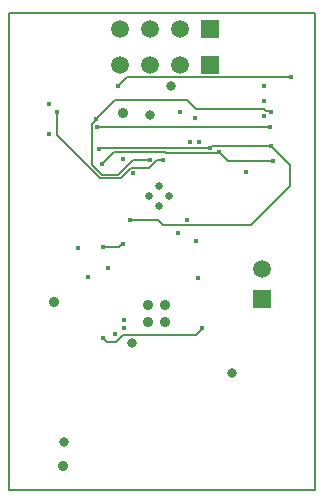
<source format=gbl>
G04*
G04 #@! TF.GenerationSoftware,Altium Limited,Altium Designer,20.0.9 (164)*
G04*
G04 Layer_Physical_Order=4*
G04 Layer_Color=16711680*
%FSLAX25Y25*%
%MOIN*%
G70*
G01*
G75*
%ADD10C,0.00787*%
%ADD60C,0.05906*%
%ADD61R,0.05906X0.05906*%
%ADD62R,0.05906X0.05906*%
%ADD63C,0.01772*%
%ADD64C,0.03543*%
%ADD65C,0.03150*%
%ADD66C,0.02598*%
D10*
X359000Y403000D02*
X374000D01*
X356000Y406000D02*
X359000Y403000D01*
X355720Y405721D02*
X356000Y406000D01*
X338528Y405721D02*
X355720D01*
X338249Y406000D02*
X338528Y405721D01*
X332796Y400779D02*
X335433Y403416D01*
X323296Y397313D02*
X326763Y400779D01*
X302000Y411821D02*
Y419500D01*
X335433Y403416D02*
X337416D01*
X326763Y400779D02*
X332796D01*
X316508Y397313D02*
X323296D01*
X302000Y411821D02*
X316508Y397313D01*
X337416Y403416D02*
X337500Y403500D01*
X313720Y401780D02*
X317000Y398500D01*
X313720Y415454D02*
X315000Y416734D01*
X313720Y401780D02*
Y415454D01*
X315000Y416734D02*
Y417000D01*
X327367Y403500D02*
X333000D01*
X322367Y398500D02*
X327367Y403500D01*
X317000Y398500D02*
X322367D01*
X373500Y408000D02*
X379674Y401826D01*
Y394674D02*
Y401826D01*
X366721Y381720D02*
X379674Y394674D01*
X326500Y383500D02*
X335612D01*
X337391Y381720D01*
X366721D01*
X315000Y417000D02*
X321500Y423500D01*
X345500D01*
X348500Y420500D02*
X371017D01*
X345500Y423500D02*
X348500Y420500D01*
X373312Y419688D02*
X373500Y419500D01*
X371828Y419688D02*
X373312D01*
X371017Y420500D02*
X371828Y419688D01*
X315500Y414500D02*
X373000D01*
X325500Y431000D02*
X380000D01*
X322500Y428000D02*
X325500Y431000D01*
X316766Y407500D02*
X353000D01*
X316266Y407000D02*
X316766Y407500D01*
X316000Y407000D02*
X316266D01*
X353766Y408000D02*
X373500D01*
X353266Y407500D02*
X353766Y408000D01*
X353000Y407500D02*
X353266D01*
X321000Y406000D02*
X338249D01*
X317000Y402000D02*
X321000Y406000D01*
X317500Y344000D02*
X318743Y342757D01*
X350500Y347234D02*
Y347500D01*
X348266Y345000D02*
X350500Y347234D01*
X321757Y342757D02*
X324000Y345000D01*
X348266D01*
X317500Y344000D02*
X317500D01*
X318743Y342757D02*
X321757D01*
X317500Y374500D02*
X322734D01*
X323734Y375500D01*
X324000D01*
X286000Y452500D02*
X388000D01*
Y293500D02*
Y452500D01*
X286000Y293500D02*
X388000D01*
X286000D02*
Y452500D01*
D60*
X370500Y367000D02*
D03*
X323000Y435000D02*
D03*
X333000D02*
D03*
X343000D02*
D03*
X323000Y447000D02*
D03*
X333000D02*
D03*
X343000D02*
D03*
D61*
X370500Y357000D02*
D03*
D62*
X353000Y435000D02*
D03*
Y447000D02*
D03*
D63*
X356000Y406000D02*
D03*
X302000Y419500D02*
D03*
X315000Y417000D02*
D03*
X373500Y419500D02*
D03*
X337500Y403500D02*
D03*
X315500Y414500D02*
D03*
X373000D02*
D03*
X333000Y403500D02*
D03*
X312500Y364500D02*
D03*
X349500Y409500D02*
D03*
X346500D02*
D03*
X299500Y412000D02*
D03*
Y422000D02*
D03*
X365000Y399500D02*
D03*
X371000Y418000D02*
D03*
Y423000D02*
D03*
Y428000D02*
D03*
X349000Y364000D02*
D03*
X322500Y428000D02*
D03*
X380000Y431000D02*
D03*
X316000Y407000D02*
D03*
X317000Y402000D02*
D03*
X353000Y407500D02*
D03*
X373500Y408000D02*
D03*
X374000Y403000D02*
D03*
X343000Y419500D02*
D03*
X348000Y417500D02*
D03*
X326500Y383500D02*
D03*
X350500Y347500D02*
D03*
X317500Y344000D02*
D03*
X324500Y347500D02*
D03*
Y350000D02*
D03*
X321500Y345500D02*
D03*
X319000Y367500D02*
D03*
X324000Y375500D02*
D03*
X317500Y374500D02*
D03*
X309000Y374000D02*
D03*
X323899Y403823D02*
D03*
X327500Y399000D02*
D03*
X342500Y379000D02*
D03*
X348500Y376500D02*
D03*
X345500Y383500D02*
D03*
D64*
X304000Y301500D02*
D03*
X332500Y349500D02*
D03*
X338000D02*
D03*
Y355000D02*
D03*
X332500D02*
D03*
X301000Y356000D02*
D03*
X324000Y419000D02*
D03*
D65*
X340000Y428000D02*
D03*
X333000Y418500D02*
D03*
X327000Y342500D02*
D03*
X360500Y332500D02*
D03*
X304500Y309500D02*
D03*
D66*
X336000Y394841D02*
D03*
X339341Y391500D02*
D03*
X332659D02*
D03*
X336000Y388159D02*
D03*
M02*

</source>
